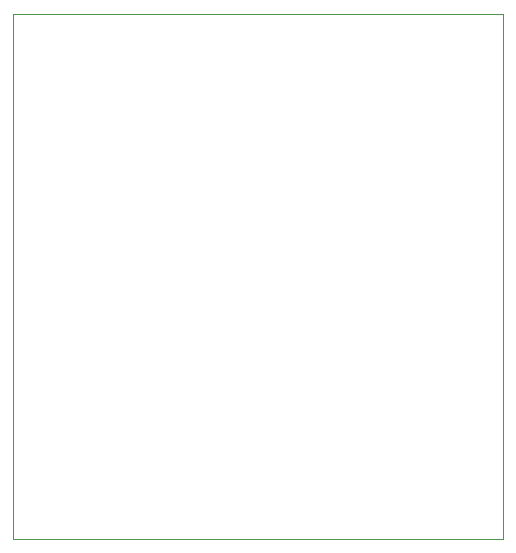
<source format=gbr>
G04 (created by PCBNEW (2013-07-07 BZR 4022)-stable) date 2014-07-19 12:08:10*
%MOIN*%
G04 Gerber Fmt 3.4, Leading zero omitted, Abs format*
%FSLAX34Y34*%
G01*
G70*
G90*
G04 APERTURE LIST*
%ADD10C,0.00590551*%
%ADD11C,0.00393701*%
G04 APERTURE END LIST*
G54D10*
G54D11*
X16141Y-31496D02*
X32480Y-31496D01*
X16141Y-13976D02*
X32480Y-13976D01*
X16141Y-31496D02*
X16141Y-13976D01*
X32480Y-13976D02*
X32480Y-31496D01*
M02*

</source>
